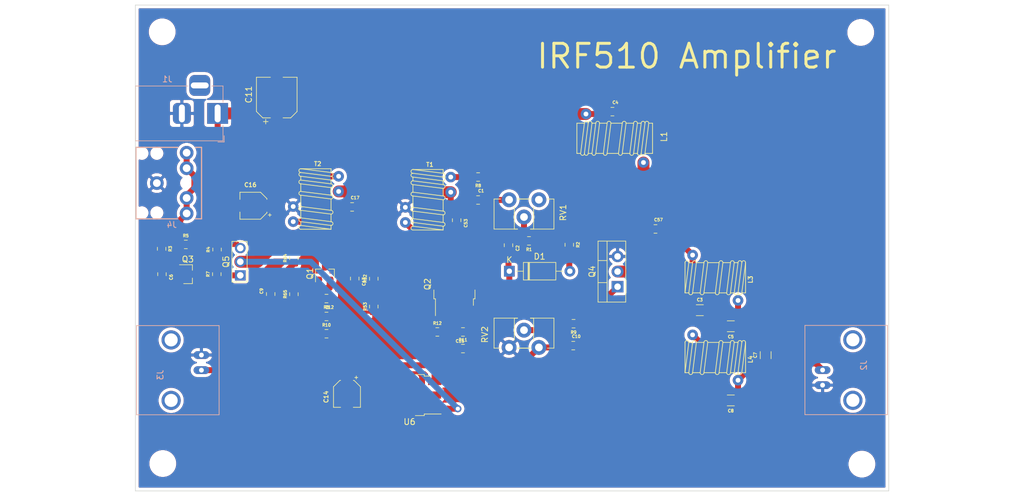
<source format=kicad_pcb>
(kicad_pcb (version 20171130) (host pcbnew "(5.1.5)-3")
  (layers (0 F.Cu signal) (31 B.Cu signal) (34 B.Paste user) (35 F.Paste user) (36 B.SilkS user) (37 F.SilkS user) (38 B.Mask user) (39 F.Mask user) (44 Edge.Cuts user))
  (net 0 "")
  (net 1 GND)
  (net 2 "Net-(C3-Pad1)")
  (net 3 "Net-(C5-Pad1)")
  (net 4 +12V)
  (net 5 "Net-(C7-Pad1)")
  (net 6 "Net-(C9-Pad2)")
  (net 7 "Net-(C9-Pad1)")
  (net 8 +5V)
  (net 9 "Net-(C57-Pad1)")
  (net 10 "Net-(C1-Pad2)")
  (net 11 "Net-(C1-Pad1)")
  (net 12 "Net-(C2-Pad2)")
  (net 13 "Net-(C2-Pad1)")
  (net 14 "Net-(D1-Pad2)")
  (net 15 "Net-(C6-Pad1)")
  (net 16 "Net-(Q3-Pad3)")
  (net 17 "Net-(Q5-Pad1)")
  (net 18 "Net-(J4-PadRING)")
  (net 19 12V-On)
  (net 20 "Net-(R9-Pad1)")
  (net 21 "Net-(C12-Pad2)")
  (net 22 "Net-(C12-Pad1)")
  (net 23 "Net-(C13-Pad2)")
  (net 24 "Net-(C13-Pad1)")
  (net 25 "Net-(C15-Pad2)")
  (net 26 "Net-(C15-Pad1)")
  (net 27 "Net-(Q1-Pad3)")
  (net 28 "Net-(Q2-Pad2)")
  (module MountingHole:MountingHole_3.5mm (layer F.Cu) (at 197.5 96.9)
    (fp_text reference " " (at 0 -4.5) (layer F.SilkS))
    (fp_text value " ")
    (pad 1 np_thru_hole circle (at 0 0) (size 3.5 3.5) (drill 3.5) (layers *.Cu *.Mask))
  )
  (module MountingHole:MountingHole_3.5mm (layer F.Cu) (at 197.3 24.4)
    (fp_text reference " " (at 0 -4.5) (layer F.SilkS))
    (fp_text value " ")
    (pad 1 np_thru_hole circle (at 0 0) (size 3.5 3.5) (drill 3.5) (layers *.Cu *.Mask))
  )
  (module MountingHole:MountingHole_3.5mm (layer F.Cu) (at 80.2 96.8)
    (fp_text reference " " (at 0 -4.5) (layer F.SilkS))
    (fp_text value " ")
    (pad 1 np_thru_hole circle (at 0 0) (size 3.5 3.5) (drill 3.5) (layers *.Cu *.Mask))
  )
  (module MountingHole:MountingHole_3.5mm (layer F.Cu) (at 80.1 24.3)
    (fp_text reference " " (at 0 -4.5) (layer F.SilkS))
    (fp_text value " ")
    (pad 1 np_thru_hole circle (at 0 0) (size 3.5 3.5) (drill 3.5) (layers *.Cu *.Mask))
  )
  (module "Xenir:Capacitor 0805" (layer F.Cu) (at 111.9625 51.16)
    (fp_text reference C17 (at 0.5 1) (layer F.SilkS) (effects (font (size 0.5 0.5) (thickness 0.125))))
    (fp_text value .1uF)
    (pad 2 smd roundrect (at 0.9375 2.54) (size 0.975 1.4) (layers F.Cu F.Paste F.Mask) (net 1 GND))
    (pad 1 smd roundrect (at -0.9375 2.54) (size 0.975 1.4) (layers F.Cu F.Paste F.Mask) (net 19 12V-On))
  )
  (module Xenir:Cap_4x5.4 (layer F.Cu) (at 95.4 54 180)
    (fp_text reference C16 (at 0.5 4) (layer F.SilkS) (effects (font (size 0.7 0.7))))
    (fp_text value 22uF)
    (pad 2 smd roundrect (at 1.8 0.5 180) (size 2.6 1.6) (layers F.Cu F.Paste F.Mask) (roundrect_rratio 0.15625) (net 1 GND))
    (pad 1 smd roundrect (at -1.8 0.5 180) (size 2.6 1.6) (layers F.Cu F.Paste F.Mask) (roundrect_rratio 0.15625) (net 19 12V-On))
  )
  (module "Xenir:Resistor 0805" (layer F.Cu) (at 91.8 65 270)
    (fp_text reference R7 (at 0 4 90) (layer F.SilkS) (effects (font (size 0.5 0.5) (thickness 0.125))))
    (fp_text value 10k)
    (pad 2 smd roundrect (at 0.9375 2.54 270) (size 0.975 1.4) (layers F.Cu F.Paste F.Mask) (net 16 "Net-(Q3-Pad3)"))
    (pad 1 smd roundrect (at -0.9375 2.54 270) (size 0.975 1.4) (layers F.Cu F.Paste F.Mask) (net 17 "Net-(Q5-Pad1)"))
  )
  (module "Xenir:T37 Transformer" (layer F.Cu) (at 105.89 45.37)
    (fp_text reference T2 (at 0.3 1.1) (layer F.SilkS) (effects (font (size 0.7 0.7))))
    (fp_text value "T37-43 25T:8T")
    (pad C1B thru_hole circle (at 3.81 5.73) (size 1.778 1.778) (drill 0.8) (layers *.Cu *.Mask) (net 19 12V-On))
    (pad C1A thru_hole circle (at -3.81 10.81) (size 1.778 1.778) (drill 0.8) (layers *.Cu *.Mask) (net 27 "Net-(Q1-Pad3)"))
    (pad C2B thru_hole circle (at 3.81 3.19) (size 1.778 1.778) (drill 0.8) (layers *.Cu *.Mask) (net 24 "Net-(C13-Pad1)"))
    (pad C2A thru_hole circle (at -3.81 8.27) (size 1.778 1.778) (drill 0.8) (layers *.Cu *.Mask) (net 1 GND))
  )
  (module "Xenir:Resistor 0805" (layer F.Cu) (at 126.2625 77.24 180)
    (fp_text reference R12 (at 0 4) (layer F.SilkS) (effects (font (size 0.5 0.5) (thickness 0.125))))
    (fp_text value 18)
    (pad 2 smd roundrect (at 0.9375 2.54 180) (size 0.975 1.4) (layers F.Cu F.Paste F.Mask) (net 1 GND))
    (pad 1 smd roundrect (at -0.9375 2.54 180) (size 0.975 1.4) (layers F.Cu F.Paste F.Mask) (net 25 "Net-(C15-Pad2)"))
  )
  (module "Xenir:Resistor 0805" (layer F.Cu) (at 130.5625 80.04 180)
    (fp_text reference R11 (at 0 4) (layer F.SilkS) (effects (font (size 0.5 0.5) (thickness 0.125))))
    (fp_text value 18)
    (pad 2 smd roundrect (at 0.9375 2.54 180) (size 0.975 1.4) (layers F.Cu F.Paste F.Mask) (net 1 GND))
    (pad 1 smd roundrect (at -0.9375 2.54 180) (size 0.975 1.4) (layers F.Cu F.Paste F.Mask) (net 26 "Net-(C15-Pad1)"))
  )
  (module "Xenir:Resistor 0805" (layer F.Cu) (at 107.6625 77.54 180)
    (fp_text reference R10 (at 0 4) (layer F.SilkS) (effects (font (size 0.5 0.5) (thickness 0.125))))
    (fp_text value 62)
    (pad 2 smd roundrect (at 0.9375 2.54 180) (size 0.975 1.4) (layers F.Cu F.Paste F.Mask) (net 1 GND))
    (pad 1 smd roundrect (at -0.9375 2.54 180) (size 0.975 1.4) (layers F.Cu F.Paste F.Mask) (net 21 "Net-(C12-Pad2)"))
  )
  (module "Xenir:Capacitor 0805" (layer F.Cu) (at 130.5625 77.24 180)
    (fp_text reference C15 (at 0.5 1) (layer F.SilkS) (effects (font (size 0.5 0.5) (thickness 0.125))))
    (fp_text value .1uF)
    (pad 2 smd roundrect (at 0.9375 2.54 180) (size 0.975 1.4) (layers F.Cu F.Paste F.Mask) (net 25 "Net-(C15-Pad2)"))
    (pad 1 smd roundrect (at -0.9375 2.54 180) (size 0.975 1.4) (layers F.Cu F.Paste F.Mask) (net 26 "Net-(C15-Pad1)"))
  )
  (module "Xenir:Capacitor 0805" (layer F.Cu) (at 114.94 65.7375 270)
    (fp_text reference C13 (at 0.5 1 90) (layer F.SilkS) (effects (font (size 0.5 0.5) (thickness 0.125))))
    (fp_text value .1uF)
    (pad 2 smd roundrect (at 0.9375 2.54 270) (size 0.975 1.4) (layers F.Cu F.Paste F.Mask) (net 23 "Net-(C13-Pad2)"))
    (pad 1 smd roundrect (at -0.9375 2.54 270) (size 0.975 1.4) (layers F.Cu F.Paste F.Mask) (net 24 "Net-(C13-Pad1)"))
  )
  (module "Xenir:Capacitor 0805" (layer F.Cu) (at 107.6625 69.56)
    (fp_text reference C12 (at 0.5 1) (layer F.SilkS) (effects (font (size 0.5 0.5) (thickness 0.125))))
    (fp_text value .1uF)
    (pad 2 smd roundrect (at 0.9375 2.54) (size 0.975 1.4) (layers F.Cu F.Paste F.Mask) (net 21 "Net-(C12-Pad2)"))
    (pad 1 smd roundrect (at -0.9375 2.54) (size 0.975 1.4) (layers F.Cu F.Paste F.Mask) (net 22 "Net-(C12-Pad1)"))
  )
  (module "Xenir:Resistor 0805" (layer F.Cu) (at 149.114 70.776)
    (fp_text reference R9 (at 0 4) (layer F.SilkS) (effects (font (size 0.5 0.5) (thickness 0.125))))
    (fp_text value 2.7k)
    (pad 2 smd roundrect (at 0.9375 2.54) (size 0.975 1.4) (layers F.Cu F.Paste F.Mask) (net 12 "Net-(C2-Pad2)"))
    (pad 1 smd roundrect (at -0.9375 2.54) (size 0.975 1.4) (layers F.Cu F.Paste F.Mask) (net 20 "Net-(R9-Pad1)"))
  )
  (module "Xenir:Resistor 0805" (layer F.Cu) (at 133.106 46.137)
    (fp_text reference R8 (at 0 4) (layer F.SilkS) (effects (font (size 0.5 0.5) (thickness 0.125))))
    (fp_text value 1k)
    (pad 2 smd roundrect (at 0.9375 2.54) (size 0.975 1.4) (layers F.Cu F.Paste F.Mask) (net 1 GND))
    (pad 1 smd roundrect (at -0.9375 2.54) (size 0.975 1.4) (layers F.Cu F.Paste F.Mask) (net 11 "Net-(C1-Pad1)"))
  )
  (module "Xenir:Capacitor 0805" (layer F.Cu) (at 149.0655 74.459)
    (fp_text reference C10 (at 0.5 1) (layer F.SilkS) (effects (font (size 0.5 0.5) (thickness 0.125))))
    (fp_text value .1uF)
    (pad 2 smd roundrect (at 0.9375 2.54) (size 0.975 1.4) (layers F.Cu F.Paste F.Mask) (net 1 GND))
    (pad 1 smd roundrect (at -0.9375 2.54) (size 0.975 1.4) (layers F.Cu F.Paste F.Mask) (net 8 +5V))
  )
  (module Xenir:Audio_Jack (layer B.Cu) (at 81.2 58.2)
    (fp_text reference J4 (at 0.5 -1.5) (layer B.SilkS) (effects (justify mirror)))
    (fp_text value Audio_Jack)
    (pad "" np_thru_hole circle (at -4.5 -3.5) (size 1.2 1.2) (drill 1.2) (layers *.Cu *.Mask))
    (pad "" np_thru_hole circle (at -2 -3.5) (size 1.2 1.2) (drill 1.2) (layers *.Cu *.Mask))
    (pad RING thru_hole circle (at 3 -3.4) (size 2.3 2.3) (drill 1.3) (layers *.Cu *.Mask) (net 18 "Net-(J4-PadRING)"))
    (pad "" np_thru_hole circle (at 3 -8.5) (size 1.2 1.2) (drill 1.2) (layers *.Cu *.Mask))
    (pad SLEEVE thru_hole circle (at -2 -8.5) (size 2.3 2.3) (drill 1.3) (layers *.Cu *.Mask) (net 1 GND))
    (pad "" np_thru_hole circle (at -2 -13.5) (size 1.2 1.2) (drill 1.2) (layers *.Cu *.Mask))
    (pad TIP thru_hole circle (at 3 -13.6) (size 2.3 2.3) (drill 1.3) (layers *.Cu *.Mask) (net 18 "Net-(J4-PadRING)"))
    (pad TSH thru_hole circle (at 3 -11) (size 2.3 2.3) (drill 1.3) (layers *.Cu *.Mask) (net 18 "Net-(J4-PadRING)"))
    (pad "" np_thru_hole circle (at -4.5 -13.5) (size 1.2 1.2) (drill 1.2) (layers *.Cu *.Mask))
    (pad RSH thru_hole circle (at 3 -6) (size 2.3 2.3) (drill 1.3) (layers *.Cu *.Mask) (net 18 "Net-(J4-PadRING)"))
  )
  (module "Xenir:Resistor 0805" (layer F.Cu) (at 84.0625 62.54 180)
    (fp_text reference R5 (at 0 4) (layer F.SilkS) (effects (font (size 0.5 0.5) (thickness 0.125))))
    (fp_text value 1.5k)
    (pad 2 smd roundrect (at 0.9375 2.54 180) (size 0.975 1.4) (layers F.Cu F.Paste F.Mask) (net 18 "Net-(J4-PadRING)"))
    (pad 1 smd roundrect (at -0.9375 2.54 180) (size 0.975 1.4) (layers F.Cu F.Paste F.Mask) (net 15 "Net-(C6-Pad1)"))
  )
  (module "Xenir:Resistor 0805" (layer F.Cu) (at 91.84 60.8625 270)
    (fp_text reference R4 (at 0 4 90) (layer F.SilkS) (effects (font (size 0.5 0.5) (thickness 0.125))))
    (fp_text value 10k)
    (pad 2 smd roundrect (at 0.9375 2.54 270) (size 0.975 1.4) (layers F.Cu F.Paste F.Mask) (net 17 "Net-(Q5-Pad1)"))
    (pad 1 smd roundrect (at -0.9375 2.54 270) (size 0.975 1.4) (layers F.Cu F.Paste F.Mask) (net 4 +12V))
  )
  (module "Xenir:Resistor 0805" (layer F.Cu) (at 77.46 60.7375 90)
    (fp_text reference R3 (at 0 4 90) (layer F.SilkS) (effects (font (size 0.5 0.5) (thickness 0.125))))
    (fp_text value 10k)
    (pad 2 smd roundrect (at 0.9375 2.54 90) (size 0.975 1.4) (layers F.Cu F.Paste F.Mask) (net 18 "Net-(J4-PadRING)"))
    (pad 1 smd roundrect (at -0.9375 2.54 90) (size 0.975 1.4) (layers F.Cu F.Paste F.Mask) (net 1 GND))
  )
  (module Package_TO_SOT_THT:TO-251-3_Vertical (layer F.Cu) (at 93.2 65.2 90)
    (fp_text reference Q5 (at 2.29 -2.39 90) (layer F.SilkS))
    (fp_text value IRFU9024)
    (pad 3 thru_hole oval (at 4.58 0 90) (size 1.7175 1.8) (drill 1.1) (layers *.Cu *.Mask) (net 4 +12V))
    (pad 2 thru_hole oval (at 2.29 0 90) (size 1.7175 1.8) (drill 1.1) (layers *.Cu *.Mask) (net 19 12V-On))
    (pad 1 thru_hole rect (at 0 0 90) (size 1.7175 1.8) (drill 1.1) (layers *.Cu *.Mask) (net 17 "Net-(Q5-Pad1)"))
  )
  (module Package_TO_SOT_SMD:SOT-23 (layer F.Cu) (at 84.4 65)
    (fp_text reference Q3 (at 0 -2.5) (layer F.SilkS))
    (fp_text value BS170F)
    (pad 3 smd rect (at 1 0) (size 0.9 0.8) (layers F.Cu F.Paste F.Mask) (net 16 "Net-(Q3-Pad3)"))
    (pad 2 smd rect (at -1 0.95) (size 0.9 0.8) (layers F.Cu F.Paste F.Mask) (net 1 GND))
    (pad 1 smd rect (at -1 -0.95) (size 0.9 0.8) (layers F.Cu F.Paste F.Mask) (net 15 "Net-(C6-Pad1)"))
  )
  (module "Xenir:Capacitor 0805" (layer F.Cu) (at 82.6 65 270)
    (fp_text reference C6 (at 0.5 1 90) (layer F.SilkS) (effects (font (size 0.5 0.5) (thickness 0.125))))
    (fp_text value .1uF)
    (pad 2 smd roundrect (at 0.9375 2.54 270) (size 0.975 1.4) (layers F.Cu F.Paste F.Mask) (net 1 GND))
    (pad 1 smd roundrect (at -0.9375 2.54 270) (size 0.975 1.4) (layers F.Cu F.Paste F.Mask) (net 15 "Net-(C6-Pad1)"))
  )
  (module Package_TO_SOT_SMD:TO-252-3_TabPin2 (layer F.Cu) (at 121.6 85.3 180)
    (fp_text reference U6 (at 0 -4.5) (layer F.SilkS))
    (fp_text value MCP1703A-2502_SOT223)
    (pad 2 smd rect (at 2.1 0 180) (size 6.4 5.8) (layers F.Cu F.Mask) (net 1 GND))
    (pad 3 smd rect (at -4.2 2.28 180) (size 2.2 1.2) (layers F.Cu F.Paste F.Mask) (net 8 +5V))
    (pad 2 smd rect (at -4.2 0 180) (size 2.2 1.2) (layers F.Cu F.Paste F.Mask) (net 1 GND))
    (pad 1 smd rect (at -4.2 -2.28 180) (size 2.2 1.2) (layers F.Cu F.Paste F.Mask) (net 19 12V-On))
  )
  (module "Xenir:T37 Transformer" (layer F.Cu) (at 124.7 45.5)
    (fp_text reference T1 (at 0.3 1.1) (layer F.SilkS) (effects (font (size 0.7 0.7))))
    (fp_text value "T37-43 8T:4T")
    (pad C1B thru_hole circle (at 3.81 5.73) (size 1.778 1.778) (drill 0.8) (layers *.Cu *.Mask) (net 19 12V-On))
    (pad C1A thru_hole circle (at -3.81 10.81) (size 1.778 1.778) (drill 0.8) (layers *.Cu *.Mask) (net 28 "Net-(Q2-Pad2)"))
    (pad C2B thru_hole circle (at 3.81 3.19) (size 1.778 1.778) (drill 0.8) (layers *.Cu *.Mask) (net 11 "Net-(C1-Pad1)"))
    (pad C2A thru_hole circle (at -3.81 8.27) (size 1.778 1.778) (drill 0.8) (layers *.Cu *.Mask) (net 1 GND))
  )
  (module "Xenir:Trimpot Vertical" (layer F.Cu) (at 135.506 75.903 90)
    (fp_text reference RV2 (at 0.762 -1.27 90) (layer F.SilkS))
    (fp_text value R_POT)
    (pad 1 thru_hole circle (at -1.397 2.794 90) (size 2.5 2.5) (drill 1.3) (layers *.Cu *.Mask) (net 1 GND))
    (pad 3 thru_hole circle (at -1.397 7.794 90) (size 2.5 2.5) (drill 1.3) (layers *.Cu *.Mask) (net 8 +5V))
    (pad 2 thru_hole circle (at 1.503 5.294 90) (size 2.5 2.5) (drill 1.3) (layers *.Cu *.Mask) (net 20 "Net-(R9-Pad1)"))
  )
  (module "Xenir:Trimpot Vertical" (layer F.Cu) (at 146.094 53.897 270)
    (fp_text reference RV1 (at 0.762 -1.27 90) (layer F.SilkS))
    (fp_text value R_POT)
    (pad 1 thru_hole circle (at -1.397 2.794 270) (size 2.5 2.5) (drill 1.3) (layers *.Cu *.Mask))
    (pad 3 thru_hole circle (at -1.397 7.794 270) (size 2.5 2.5) (drill 1.3) (layers *.Cu *.Mask) (net 10 "Net-(C1-Pad2)"))
    (pad 2 thru_hole circle (at 1.503 5.294 270) (size 2.5 2.5) (drill 1.3) (layers *.Cu *.Mask) (net 13 "Net-(C2-Pad1)"))
  )
  (module "Xenir:Resistor 0805" (layer F.Cu) (at 145.86 60.0625 90)
    (fp_text reference R2 (at 0 4 90) (layer F.SilkS) (effects (font (size 0.5 0.5) (thickness 0.125))))
    (fp_text value 10)
    (pad 2 smd roundrect (at 0.9375 2.54 90) (size 0.975 1.4) (layers F.Cu F.Paste F.Mask) (net 1 GND))
    (pad 1 smd roundrect (at -0.9375 2.54 90) (size 0.975 1.4) (layers F.Cu F.Paste F.Mask) (net 14 "Net-(D1-Pad2)"))
  )
  (module "Xenir:Resistor 0805" (layer F.Cu) (at 141.6375 56.86)
    (fp_text reference R1 (at 0 4) (layer F.SilkS) (effects (font (size 0.5 0.5) (thickness 0.125))))
    (fp_text value 33)
    (pad 2 smd roundrect (at 0.9375 2.54) (size 0.975 1.4) (layers F.Cu F.Paste F.Mask) (net 1 GND))
    (pad 1 smd roundrect (at -0.9375 2.54) (size 0.975 1.4) (layers F.Cu F.Paste F.Mask) (net 13 "Net-(C2-Pad1)"))
  )
  (module Xenir:T50_Inductor (layer F.Cu) (at 164.789 41.91 270)
    (fp_text reference L1 (at 0 0.5 90) (layer F.SilkS))
    (fp_text value "T50-43 10T")
    (pad 1 thru_hole circle (at -3.81 13.589 270) (size 1.778 1.778) (drill 0.8) (layers *.Cu *.Mask) (net 4 +12V))
    (pad 2 thru_hole circle (at 4.334 3.944 270) (size 1.778 1.778) (drill 0.8) (layers *.Cu *.Mask) (net 9 "Net-(C57-Pad1)"))
  )
  (module Diode_THT:D_A-405_P10.16mm_Horizontal (layer F.Cu) (at 138.34 64.5)
    (fp_text reference D1 (at 5.08 -2.47) (layer F.SilkS))
    (fp_text value D_Zener)
    (fp_text user K (at 0 -1.9) (layer F.SilkS))
    (pad 2 thru_hole oval (at 10.16 0) (size 1.8 1.8) (drill 0.9) (layers *.Cu *.Mask) (net 14 "Net-(D1-Pad2)"))
    (pad 1 thru_hole rect (at 0 0) (size 1.8 1.8) (drill 0.9) (layers *.Cu *.Mask) (net 12 "Net-(C2-Pad2)"))
  )
  (module "Xenir:Capacitor 0805" (layer F.Cu) (at 155.6375 35.16)
    (fp_text reference C4 (at 0.5 1) (layer F.SilkS) (effects (font (size 0.5 0.5) (thickness 0.125))))
    (fp_text value .1uF)
    (pad 2 smd roundrect (at 0.9375 2.54) (size 0.975 1.4) (layers F.Cu F.Paste F.Mask) (net 1 GND))
    (pad 1 smd roundrect (at -0.9375 2.54) (size 0.975 1.4) (layers F.Cu F.Paste F.Mask) (net 4 +12V))
  )
  (module "Xenir:Capacitor 0805" (layer F.Cu) (at 140.74 60.1375 270)
    (fp_text reference C2 (at 0.5 1 90) (layer F.SilkS) (effects (font (size 0.5 0.5) (thickness 0.125))))
    (fp_text value .1uF)
    (pad 2 smd roundrect (at 0.9375 2.54 270) (size 0.975 1.4) (layers F.Cu F.Paste F.Mask) (net 12 "Net-(C2-Pad2)"))
    (pad 1 smd roundrect (at -0.9375 2.54 270) (size 0.975 1.4) (layers F.Cu F.Paste F.Mask) (net 13 "Net-(C2-Pad1)"))
  )
  (module "Xenir:Capacitor 0805" (layer F.Cu) (at 133.1 50)
    (fp_text reference C1 (at 0.5 1) (layer F.SilkS) (effects (font (size 0.5 0.5) (thickness 0.125))))
    (fp_text value .1uF)
    (pad 2 smd roundrect (at 0.9375 2.54) (size 0.975 1.4) (layers F.Cu F.Paste F.Mask) (net 10 "Net-(C1-Pad2)"))
    (pad 1 smd roundrect (at -0.9375 2.54) (size 0.975 1.4) (layers F.Cu F.Paste F.Mask) (net 11 "Net-(C1-Pad1)"))
  )
  (module "Xenir:Resistor 0805" (layer F.Cu) (at 104.74 68.3625 270)
    (fp_text reference R65 (at 0 4 90) (layer F.SilkS) (effects (font (size 0.5 0.5) (thickness 0.125))))
    (fp_text value 1k)
    (pad 2 smd roundrect (at 0.9375 2.54 270) (size 0.975 1.4) (layers F.Cu F.Paste F.Mask) (net 1 GND))
    (pad 1 smd roundrect (at -0.9375 2.54 270) (size 0.975 1.4) (layers F.Cu F.Paste F.Mask) (net 6 "Net-(C9-Pad2)"))
  )
  (module "Xenir:Resistor 0805" (layer F.Cu) (at 104.74 62.3 270)
    (fp_text reference R64 (at 0 4 90) (layer F.SilkS) (effects (font (size 0.5 0.5) (thickness 0.125))))
    (fp_text value 4.7k)
    (pad 2 smd roundrect (at 0.9375 2.54 270) (size 0.975 1.4) (layers F.Cu F.Paste F.Mask) (net 6 "Net-(C9-Pad2)"))
    (pad 1 smd roundrect (at -0.9375 2.54 270) (size 0.975 1.4) (layers F.Cu F.Paste F.Mask) (net 19 12V-On))
  )
  (module "Xenir:Resistor 0805" (layer F.Cu) (at 118.14 70.4375 270)
    (fp_text reference R53 (at 0 4 90) (layer F.SilkS) (effects (font (size 0.5 0.5) (thickness 0.125))))
    (fp_text value 6.8k)
    (pad 2 smd roundrect (at 0.9375 2.54 270) (size 0.975 1.4) (layers F.Cu F.Paste F.Mask) (net 1 GND))
    (pad 1 smd roundrect (at -0.9375 2.54 270) (size 0.975 1.4) (layers F.Cu F.Paste F.Mask) (net 23 "Net-(C13-Pad2)"))
  )
  (module "Xenir:Resistor 0805" (layer F.Cu) (at 118.14 65.7625 270)
    (fp_text reference R52 (at 0 4 90) (layer F.SilkS) (effects (font (size 0.5 0.5) (thickness 0.125))))
    (fp_text value 24k)
    (pad 2 smd roundrect (at 0.9375 2.54 270) (size 0.975 1.4) (layers F.Cu F.Paste F.Mask) (net 23 "Net-(C13-Pad2)"))
    (pad 1 smd roundrect (at -0.9375 2.54 270) (size 0.975 1.4) (layers F.Cu F.Paste F.Mask) (net 19 12V-On))
  )
  (module "Xenir:Resistor 0805" (layer F.Cu) (at 107.6625 66.56)
    (fp_text reference R6 (at 0 4) (layer F.SilkS) (effects (font (size 0.5 0.5) (thickness 0.125))))
    (fp_text value 62)
    (pad 2 smd roundrect (at 0.9375 2.54) (size 0.975 1.4) (layers F.Cu F.Paste F.Mask) (net 1 GND))
    (pad 1 smd roundrect (at -0.9375 2.54) (size 0.975 1.4) (layers F.Cu F.Paste F.Mask) (net 22 "Net-(C12-Pad1)"))
  )
  (module Package_TO_SOT_THT:TO-220-3_Vertical (layer F.Cu) (at 156.5 67.1 90)
    (fp_text reference Q4 (at 2.54 -4.27 90) (layer F.SilkS))
    (fp_text value IRF510)
    (pad 3 thru_hole oval (at 5.08 0 90) (size 1.905 2) (drill 1.1) (layers *.Cu *.Mask) (net 1 GND))
    (pad 2 thru_hole oval (at 2.54 0 90) (size 1.905 2) (drill 1.1) (layers *.Cu *.Mask) (net 9 "Net-(C57-Pad1)"))
    (pad 1 thru_hole rect (at 0 0 90) (size 1.905 2) (drill 1.1) (layers *.Cu *.Mask) (net 12 "Net-(C2-Pad2)"))
  )
  (module Package_TO_SOT_SMD:TO-252-2 (layer F.Cu) (at 129.125 66.675 90)
    (fp_text reference Q2 (at 0 -4.5 90) (layer F.SilkS))
    (fp_text value 2SC5706)
    (pad 2 smd rect (at 2.1 0 90) (size 6.4 5.8) (layers F.Cu F.Mask) (net 28 "Net-(Q2-Pad2)"))
    (pad 3 smd rect (at -4.2 2.28 90) (size 2.2 1.2) (layers F.Cu F.Paste F.Mask) (net 26 "Net-(C15-Pad1)"))
    (pad 1 smd rect (at -4.2 -2.28 90) (size 2.2 1.2) (layers F.Cu F.Paste F.Mask) (net 23 "Net-(C13-Pad2)"))
  )
  (module Package_TO_SOT_SMD:SOT-23 (layer F.Cu) (at 107.4 64.9 90)
    (fp_text reference Q1 (at 0 -2.5 90) (layer F.SilkS))
    (fp_text value 2N3904-SMD)
    (pad 3 smd rect (at 1 0 90) (size 0.9 0.8) (layers F.Cu F.Paste F.Mask) (net 27 "Net-(Q1-Pad3)"))
    (pad 2 smd rect (at -1 0.95 90) (size 0.9 0.8) (layers F.Cu F.Paste F.Mask) (net 22 "Net-(C12-Pad1)"))
    (pad 1 smd rect (at -1 -0.95 90) (size 0.9 0.8) (layers F.Cu F.Paste F.Mask) (net 6 "Net-(C9-Pad2)"))
  )
  (module Xenir:T37_Inductor (layer F.Cu) (at 179.9 79 270)
    (fp_text reference L4 (at 0.3 1.1 90) (layer F.SilkS) (effects (font (size 0.7 0.7))))
    (fp_text value "18T T37-6")
    (pad 1 thru_hole circle (at -3.81 10.81 270) (size 1.778 1.778) (drill 0.8) (layers *.Cu *.Mask) (net 3 "Net-(C5-Pad1)"))
    (pad 2 thru_hole circle (at 3.81 3.19 270) (size 1.778 1.778) (drill 0.8) (layers *.Cu *.Mask) (net 5 "Net-(C7-Pad1)"))
  )
  (module Xenir:T37_Inductor (layer F.Cu) (at 179.9 65.6 270)
    (fp_text reference L3 (at 0.3 1.1 90) (layer F.SilkS) (effects (font (size 0.7 0.7))))
    (fp_text value "14T T37-6")
    (pad 1 thru_hole circle (at -3.81 10.81 270) (size 1.778 1.778) (drill 0.8) (layers *.Cu *.Mask) (net 2 "Net-(C3-Pad1)"))
    (pad 2 thru_hole circle (at 3.81 3.19 270) (size 1.778 1.778) (drill 0.8) (layers *.Cu *.Mask) (net 3 "Net-(C5-Pad1)"))
  )
  (module Xenir:BNC (layer B.Cu) (at 82.78 81.22 270)
    (fp_text reference J3 (at 0.7 3 270) (layer B.SilkS) (effects (justify mirror)))
    (fp_text value BNC)
    (pad S thru_hole oval (at -0.1 -3.9 180) (size 2.616 1.308) (drill 0.8) (layers *.Cu *.Mask) (net 7 "Net-(C9-Pad1)"))
    (pad GND thru_hole oval (at -2.64 -3.9 180) (size 2.616 1.308) (drill 0.8) (layers *.Cu *.Mask) (net 1 GND))
    (pad 3 thru_hole circle (at -5.18 1.18 270) (size 3.216 3.216) (drill 2.2) (layers *.Cu *.Mask))
    (pad 4 thru_hole circle (at 4.98 1.18 270) (size 3.216 3.216) (drill 2.2) (layers *.Cu *.Mask))
  )
  (module Xenir:BNC (layer B.Cu) (at 194.8 81 90)
    (fp_text reference J2 (at 0.7 3 -90) (layer B.SilkS) (effects (justify mirror)))
    (fp_text value BNC)
    (pad S thru_hole oval (at -0.1 -3.9) (size 2.616 1.308) (drill 0.8) (layers *.Cu *.Mask) (net 5 "Net-(C7-Pad1)"))
    (pad GND thru_hole oval (at -2.64 -3.9) (size 2.616 1.308) (drill 0.8) (layers *.Cu *.Mask) (net 1 GND))
    (pad 3 thru_hole circle (at -5.18 1.18 90) (size 3.216 3.216) (drill 2.2) (layers *.Cu *.Mask))
    (pad 4 thru_hole circle (at 4.98 1.18 90) (size 3.216 3.216) (drill 2.2) (layers *.Cu *.Mask))
  )
  (module Connector_BarrelJack:BarrelJack_Horizontal (layer B.Cu) (at 89.4 38)
    (fp_text reference J1 (at -8.45 -5.75) (layer B.SilkS) (effects (justify mirror)))
    (fp_text value Jack-DC)
    (pad 3 thru_hole roundrect (at -3 -4.7) (size 3.5 3.5) (drill oval 3 1) (layers *.Cu *.Mask))
    (pad 2 thru_hole roundrect (at -6 0) (size 3 3.5) (drill oval 1 3) (layers *.Cu *.Mask) (net 1 GND))
    (pad 1 thru_hole rect (at 0 0) (size 3.5 3.5) (drill oval 1 3) (layers *.Cu *.Mask) (net 4 +12V))
  )
  (module "Xenir:Capacitor 0805" (layer F.Cu) (at 162.8625 54.86)
    (fp_text reference C57 (at 0.5 1) (layer F.SilkS) (effects (font (size 0.5 0.5) (thickness 0.125))))
    (fp_text value .1uF)
    (pad 2 smd roundrect (at 0.9375 2.54) (size 0.975 1.4) (layers F.Cu F.Paste F.Mask) (net 2 "Net-(C3-Pad1)"))
    (pad 1 smd roundrect (at -0.9375 2.54) (size 0.975 1.4) (layers F.Cu F.Paste F.Mask) (net 9 "Net-(C57-Pad1)"))
  )
  (module "Xenir:Capacitor 0805" (layer F.Cu) (at 132.04 55.9375 270)
    (fp_text reference C53 (at 0.5 1 90) (layer F.SilkS) (effects (font (size 0.5 0.5) (thickness 0.125))))
    (fp_text value .1uF)
    (pad 2 smd roundrect (at 0.9375 2.54 270) (size 0.975 1.4) (layers F.Cu F.Paste F.Mask) (net 1 GND))
    (pad 1 smd roundrect (at -0.9375 2.54 270) (size 0.975 1.4) (layers F.Cu F.Paste F.Mask) (net 19 12V-On))
  )
  (module Xenir:Cap_4x5.4 (layer F.Cu) (at 111.6 85.1 270)
    (fp_text reference C14 (at 0.5 4 90) (layer F.SilkS) (effects (font (size 0.7 0.7))))
    (fp_text value 22uF)
    (pad 2 smd roundrect (at 1.8 0.5 270) (size 2.6 1.6) (layers F.Cu F.Paste F.Mask) (roundrect_rratio 0.15625) (net 1 GND))
    (pad 1 smd roundrect (at -1.8 0.5 270) (size 2.6 1.6) (layers F.Cu F.Paste F.Mask) (roundrect_rratio 0.15625) (net 8 +5V))
  )
  (module Xenir:Cap_6.3x5.4 (layer F.Cu) (at 93.218 35.433 90)
    (fp_text reference C11 (at 0.6 1.4 90) (layer F.SilkS))
    (fp_text value 100uF)
    (pad 2 smd roundrect (at 2.9 6.1 90) (size 3.5 1.6) (layers F.Cu F.Paste F.Mask) (roundrect_rratio 0.15625) (net 1 GND))
    (pad 1 smd roundrect (at -2.7 6.1 90) (size 3.5 1.6) (layers F.Cu F.Paste F.Mask) (roundrect_rratio 0.15625) (net 4 +12V))
  )
  (module "Xenir:Capacitor 0805" (layer F.Cu) (at 95.76 68.3375 90)
    (fp_text reference C9 (at 0.5 1 90) (layer F.SilkS) (effects (font (size 0.5 0.5) (thickness 0.125))))
    (fp_text value .1uF)
    (pad 2 smd roundrect (at 0.9375 2.54 90) (size 0.975 1.4) (layers F.Cu F.Paste F.Mask) (net 6 "Net-(C9-Pad2)"))
    (pad 1 smd roundrect (at -0.9375 2.54 90) (size 0.975 1.4) (layers F.Cu F.Paste F.Mask) (net 7 "Net-(C9-Pad1)"))
  )
  (module "Xenir:Capacitor 1206" (layer F.Cu) (at 175.5 88.45 180)
    (fp_text reference C8 (at 0 0.5) (layer F.SilkS) (effects (font (size 0.5 0.5) (thickness 0.125))))
    (fp_text value 150p)
    (pad 2 smd roundrect (at 1.4 2.25 180) (size 1.25 1.75) (layers F.Cu F.Paste F.Mask) (roundrect_rratio 0.2) (net 1 GND))
    (pad 1 smd roundrect (at -1.4 2.25 180) (size 1.25 1.75) (layers F.Cu F.Paste F.Mask) (roundrect_rratio 0.2) (net 5 "Net-(C7-Pad1)"))
  )
  (module "Xenir:Capacitor 1206" (layer F.Cu) (at 179.1 78.6 90)
    (fp_text reference C7 (at 0 0.5 90) (layer F.SilkS) (effects (font (size 0.5 0.5) (thickness 0.125))))
    (fp_text value 33p)
    (pad 2 smd roundrect (at 1.4 2.25 90) (size 1.25 1.75) (layers F.Cu F.Paste F.Mask) (roundrect_rratio 0.2) (net 3 "Net-(C5-Pad1)"))
    (pad 1 smd roundrect (at -1.4 2.25 90) (size 1.25 1.75) (layers F.Cu F.Paste F.Mask) (roundrect_rratio 0.2) (net 5 "Net-(C7-Pad1)"))
  )
  (module "Xenir:Capacitor 1206" (layer F.Cu) (at 175.5 76 180)
    (fp_text reference C5 (at 0 0.5) (layer F.SilkS) (effects (font (size 0.5 0.5) (thickness 0.125))))
    (fp_text value 330p)
    (pad 2 smd roundrect (at 1.4 2.25 180) (size 1.25 1.75) (layers F.Cu F.Paste F.Mask) (roundrect_rratio 0.2) (net 1 GND))
    (pad 1 smd roundrect (at -1.4 2.25 180) (size 1.25 1.75) (layers F.Cu F.Paste F.Mask) (roundrect_rratio 0.2) (net 3 "Net-(C5-Pad1)"))
  )
  (module "Xenir:Capacitor 1206" (layer F.Cu) (at 170.3 68.8)
    (fp_text reference C3 (at 0 0.5) (layer F.SilkS) (effects (font (size 0.5 0.5) (thickness 0.125))))
    (fp_text value 150p)
    (pad 2 smd roundrect (at 1.4 2.25) (size 1.25 1.75) (layers F.Cu F.Paste F.Mask) (roundrect_rratio 0.2) (net 1 GND))
    (pad 1 smd roundrect (at -1.4 2.25) (size 1.25 1.75) (layers F.Cu F.Paste F.Mask) (roundrect_rratio 0.2) (net 2 "Net-(C3-Pad1)"))
  )
  (gr_text "IRF510 Amplifier" (at 168.1 28.4) (layer F.SilkS) (effects (font (size 4 4) (thickness 0.5))))
  (gr_line (start 202 19.8) (end 202 101.4) (layer Edge.Cuts) (width 0.1))
  (gr_line (start 75.6 19.8) (end 202 19.8) (layer Edge.Cuts) (width 0.1))
  (gr_line (start 75.6 101.4) (end 75.6 19.8) (layer Edge.Cuts) (width 0.1))
  (gr_line (start 202 101.4) (end 75.6 101.4) (layer Edge.Cuts) (width 0.1))
  (segment (start 119.5 85.3) (end 125.8 85.3) (width 1) (layer F.Cu) (net 1))
  (segment (start 169.09 70.86) (end 168.9 71.05) (width 1) (layer F.Cu) (net 2))
  (segment (start 169.09 61.79) (end 169.09 70.86) (width 1) (layer F.Cu) (net 2))
  (segment (start 169.08 61.8) (end 169.09 61.79) (width 1) (layer F.Cu) (net 2))
  (segment (start 164.7 57.4) (end 169.09 61.79) (width 1) (layer F.Cu) (net 2))
  (segment (start 163.8 57.4) (end 164.7 57.4) (width 1) (layer F.Cu) (net 2))
  (segment (start 176.71 73.56) (end 176.9 73.75) (width 1) (layer F.Cu) (net 3))
  (segment (start 176.71 69.41) (end 176.71 73.56) (width 1) (layer F.Cu) (net 3))
  (segment (start 177.9 73.75) (end 181.35 77.2) (width 1) (layer F.Cu) (net 3))
  (segment (start 176.9 73.75) (end 177.9 73.75) (width 1) (layer F.Cu) (net 3))
  (segment (start 176.9 74.625) (end 174.3 77.225) (width 1) (layer F.Cu) (net 3))
  (segment (start 176.9 73.75) (end 176.9 74.625) (width 1) (layer F.Cu) (net 3))
  (segment (start 171.125 77.225) (end 169.09 75.19) (width 1) (layer F.Cu) (net 3))
  (segment (start 174.3 77.225) (end 171.125 77.225) (width 1) (layer F.Cu) (net 3))
  (segment (start 154 38.1) (end 154.4 37.7) (width 1) (layer F.Cu) (net 4))
  (segment (start 151.2 38.1) (end 154 38.1) (width 1) (layer F.Cu) (net 4))
  (segment (start 99.185 38) (end 99.318 38.133) (width 2) (layer F.Cu) (net 4))
  (segment (start 89.4 38) (end 99.185 38) (width 2) (layer F.Cu) (net 4))
  (segment (start 92.505 59.925) (end 93.2 60.62) (width 1) (layer F.Cu) (net 4))
  (segment (start 89.3 59.925) (end 92.505 59.925) (width 1) (layer F.Cu) (net 4))
  (segment (start 89.4 59.825) (end 89.3 59.925) (width 1) (layer F.Cu) (net 4))
  (segment (start 89.4 38) (end 89.4 59.825) (width 1) (layer F.Cu) (net 4))
  (segment (start 100.118 38.133) (end 100.151 38.1) (width 2) (layer F.Cu) (net 4))
  (segment (start 99.318 38.133) (end 100.118 38.133) (width 2) (layer F.Cu) (net 4))
  (segment (start 100.151 38.1) (end 144.5 38.1) (width 2) (layer F.Cu) (net 4))
  (segment (start 144.5 38.1) (end 151.2 38.1) (width 2) (layer F.Cu) (net 4))
  (segment (start 179.52 80) (end 176.71 82.81) (width 1) (layer F.Cu) (net 5))
  (segment (start 181.35 80) (end 179.52 80) (width 1) (layer F.Cu) (net 5))
  (segment (start 176.71 86.01) (end 176.9 86.2) (width 1) (layer F.Cu) (net 5))
  (segment (start 176.71 82.81) (end 176.71 86.01) (width 1) (layer F.Cu) (net 5))
  (segment (start 189.8 80) (end 190.9 81.1) (width 1) (layer F.Cu) (net 5))
  (segment (start 181.35 80) (end 189.8 80) (width 1) (layer F.Cu) (net 5))
  (segment (start 100.1975 65.24) (end 102.2 63.2375) (width 1) (layer F.Cu) (net 6))
  (segment (start 100.1975 65.4225) (end 102.2 67.425) (width 1) (layer F.Cu) (net 6))
  (segment (start 100.1975 65.24) (end 100.1975 65.4225) (width 1) (layer F.Cu) (net 6))
  (segment (start 103.675 67.425) (end 102.2 67.425) (width 1) (layer F.Cu) (net 6))
  (segment (start 104.4 66.55) (end 104.4 66.7) (width 1) (layer F.Cu) (net 6))
  (segment (start 106.45 65.9) (end 105.05 65.9) (width 1) (layer F.Cu) (net 6))
  (segment (start 104.4 66.7) (end 103.675 67.425) (width 1) (layer F.Cu) (net 6))
  (segment (start 105.05 65.9) (end 104.4 66.55) (width 1) (layer F.Cu) (net 6))
  (segment (start 98.3 66.9125) (end 99.9725 65.24) (width 1) (layer F.Cu) (net 6))
  (segment (start 99.9725 65.24) (end 100.1975 65.24) (width 1) (layer F.Cu) (net 6))
  (segment (start 98.3 67.4) (end 98.3 66.9125) (width 1) (layer F.Cu) (net 6))
  (segment (start 98.3 71.808) (end 98.3 69.7625) (width 1) (layer F.Cu) (net 7))
  (segment (start 98.3 69.7625) (end 98.3 69.275) (width 1) (layer F.Cu) (net 7))
  (segment (start 88.988 81.12) (end 98.3 71.808) (width 1) (layer F.Cu) (net 7))
  (segment (start 86.68 81.12) (end 88.988 81.12) (width 1) (layer F.Cu) (net 7))
  (segment (start 147.827 77.3) (end 148.128 76.999) (width 1) (layer F.Cu) (net 8))
  (segment (start 143.3 77.3) (end 147.827 77.3) (width 1) (layer F.Cu) (net 8))
  (segment (start 111.1 83.3) (end 114.1 80.3) (width 1) (layer F.Cu) (net 8))
  (segment (start 125.8 81.42) (end 125.8 83.02) (width 1) (layer F.Cu) (net 8))
  (segment (start 124.68 80.3) (end 125.8 81.42) (width 1) (layer F.Cu) (net 8))
  (segment (start 114.1 80.3) (end 124.68 80.3) (width 1) (layer F.Cu) (net 8))
  (segment (start 137.58 83.02) (end 143.3 77.3) (width 1) (layer F.Cu) (net 8))
  (segment (start 125.8 83.02) (end 137.58 83.02) (width 1) (layer F.Cu) (net 8))
  (segment (start 159.84 64.56) (end 156.5 64.56) (width 2) (layer F.Cu) (net 9))
  (segment (start 161.145 63.255) (end 159.84 64.56) (width 2) (layer F.Cu) (net 9))
  (segment (start 160.845 47.501235) (end 161.145 47.801235) (width 2) (layer F.Cu) (net 9))
  (segment (start 161.145 47.801235) (end 161.145 63.255) (width 2) (layer F.Cu) (net 9))
  (segment (start 160.845 46.244) (end 160.845 47.501235) (width 2) (layer F.Cu) (net 9))
  (segment (start 138.26 52.54) (end 138.3 52.5) (width 1) (layer F.Cu) (net 10))
  (segment (start 134.0375 52.54) (end 138.26 52.54) (width 1) (layer F.Cu) (net 10))
  (segment (start 132.1125 52.59) (end 132.1625 52.54) (width 1) (layer F.Cu) (net 11))
  (segment (start 132.0685 52.446) (end 132.1625 52.54) (width 1) (layer F.Cu) (net 11))
  (segment (start 132.1555 48.69) (end 132.1685 48.677) (width 1) (layer F.Cu) (net 11))
  (segment (start 128.51 48.69) (end 132.1555 48.69) (width 1) (layer F.Cu) (net 11))
  (segment (start 132.1685 52.534) (end 132.1625 52.54) (width 1) (layer F.Cu) (net 11))
  (segment (start 132.1685 48.677) (end 132.1685 52.534) (width 1) (layer F.Cu) (net 11))
  (segment (start 138.2 64.36) (end 138.34 64.5) (width 1) (layer F.Cu) (net 12))
  (segment (start 138.2 61.075) (end 138.2 64.36) (width 1) (layer F.Cu) (net 12))
  (segment (start 138.34 66.4) (end 141.74 69.8) (width 1) (layer F.Cu) (net 12))
  (segment (start 138.34 64.5) (end 138.34 66.4) (width 1) (layer F.Cu) (net 12))
  (segment (start 150.0515 72.616) (end 150.0515 73.316) (width 1) (layer F.Cu) (net 12))
  (segment (start 147.2355 69.8) (end 150.0515 72.616) (width 1) (layer F.Cu) (net 12))
  (segment (start 141.74 69.8) (end 147.2355 69.8) (width 1) (layer F.Cu) (net 12))
  (segment (start 150.284 73.316) (end 156.5 67.1) (width 1) (layer F.Cu) (net 12))
  (segment (start 150.0515 73.316) (end 150.284 73.316) (width 1) (layer F.Cu) (net 12))
  (segment (start 140.8 59.3) (end 140.7 59.4) (width 1) (layer F.Cu) (net 13))
  (segment (start 140.8 55.4) (end 140.8 59.3) (width 1) (layer F.Cu) (net 13))
  (segment (start 138.4 59.4) (end 138.2 59.2) (width 1) (layer F.Cu) (net 13))
  (segment (start 140.7 59.4) (end 138.4 59.4) (width 1) (layer F.Cu) (net 13))
  (segment (start 128.46 65.24) (end 129.125 64.575) (width 1) (layer F.Cu) (net 28))
  (segment (start 122.7375 65.24) (end 128.46 65.24) (width 1) (layer F.Cu) (net 28))
  (segment (start 122.7375 58.1575) (end 122.7375 65.24) (width 1) (layer F.Cu) (net 28))
  (segment (start 120.89 56.31) (end 122.7375 58.1575) (width 1) (layer F.Cu) (net 28))
  (segment (start 148.4 64.4) (end 148.5 64.5) (width 1) (layer F.Cu) (net 14))
  (segment (start 148.4 61) (end 148.4 64.4) (width 1) (layer F.Cu) (net 14))
  (segment (start 85 60) (end 85 61.6) (width 0.5) (layer F.Cu) (net 15))
  (segment (start 85 61.6) (end 83.4 63.2) (width 0.5) (layer F.Cu) (net 15))
  (segment (start 83.4 63.2) (end 83.4 64.05) (width 0.5) (layer F.Cu) (net 15))
  (segment (start 83.3875 64.0625) (end 83.4 64.05) (width 0.5) (layer F.Cu) (net 15))
  (segment (start 80.06 64.0625) (end 83.3875 64.0625) (width 0.5) (layer F.Cu) (net 15))
  (segment (start 85.4 65) (end 86.8 65) (width 0.5) (layer F.Cu) (net 16))
  (segment (start 87.7375 65.9375) (end 89.26 65.9375) (width 0.5) (layer F.Cu) (net 16))
  (segment (start 86.8 65) (end 87.7375 65.9375) (width 0.5) (layer F.Cu) (net 16))
  (segment (start 89.26 64.0625) (end 89.96 64.0625) (width 0.5) (layer F.Cu) (net 17))
  (segment (start 89.3 64.0225) (end 89.26 64.0625) (width 1) (layer F.Cu) (net 17))
  (segment (start 89.3 61.8) (end 89.3 64.0225) (width 1) (layer F.Cu) (net 17))
  (segment (start 91.3 65.2) (end 93.2 65.2) (width 1) (layer F.Cu) (net 17))
  (segment (start 89.745527 64.548027) (end 90.648027 64.548027) (width 1) (layer F.Cu) (net 17))
  (segment (start 90.648027 64.548027) (end 91.3 65.2) (width 1) (layer F.Cu) (net 17))
  (segment (start 89.26 64.0625) (end 89.745527 64.548027) (width 1) (layer F.Cu) (net 17))
  (segment (start 84.2 44.6) (end 84.2 47.2) (width 1) (layer F.Cu) (net 18))
  (segment (start 84.2 51.8) (end 84.2 52.2) (width 1) (layer F.Cu) (net 18))
  (segment (start 84.2 47.2) (end 85.500001 48.500001) (width 1) (layer F.Cu) (net 18))
  (segment (start 85.500001 50.499999) (end 84.2 51.8) (width 1) (layer F.Cu) (net 18))
  (segment (start 85.500001 48.500001) (end 85.500001 50.499999) (width 1) (layer F.Cu) (net 18))
  (segment (start 84.2 52.2) (end 84.2 54.8) (width 1) (layer F.Cu) (net 18))
  (segment (start 83.125 55.875) (end 83.125 60) (width 1) (layer F.Cu) (net 18))
  (segment (start 84.2 54.8) (end 83.125 55.875) (width 1) (layer F.Cu) (net 18))
  (segment (start 82.925 59.8) (end 83.125 60) (width 0.5) (layer F.Cu) (net 18))
  (segment (start 80 59.8) (end 82.925 59.8) (width 0.5) (layer F.Cu) (net 18))
  (segment (start 124.43 51.23) (end 128.51 51.23) (width 2) (layer F.Cu) (net 19))
  (segment (start 116.9 43.7) (end 124.43 51.23) (width 2) (layer F.Cu) (net 19))
  (segment (start 96.1 62.91) (end 98 61.01) (width 2) (layer F.Cu) (net 19))
  (segment (start 98 61.01) (end 98 46.9) (width 2) (layer F.Cu) (net 19))
  (segment (start 93.2 62.91) (end 96.1 62.91) (width 2) (layer F.Cu) (net 19))
  (segment (start 98 46.9) (end 101.2 43.7) (width 2) (layer F.Cu) (net 19))
  (segment (start 101.2 43.7) (end 116.9 43.7) (width 2) (layer F.Cu) (net 19))
  (segment (start 116.9 45.157235) (end 116.9 43.7) (width 2) (layer F.Cu) (net 19))
  (segment (start 110.957235 51.1) (end 116.9 45.157235) (width 2) (layer F.Cu) (net 19))
  (segment (start 109.7 51.1) (end 110.957235 51.1) (width 2) (layer F.Cu) (net 19))
  (segment (start 98.3525 61.3625) (end 102.2 61.3625) (width 1) (layer F.Cu) (net 19))
  (segment (start 98 61.01) (end 98.3525 61.3625) (width 1) (layer F.Cu) (net 19))
  (segment (start 128.51 54.01) (end 129.5 55) (width 1) (layer F.Cu) (net 19))
  (segment (start 128.51 51.23) (end 128.51 54.01) (width 1) (layer F.Cu) (net 19))
  (segment (start 127.9 87.58) (end 127.92 87.6) (width 1) (layer F.Cu) (net 19))
  (segment (start 125.8 87.58) (end 127.9 87.58) (width 1) (layer F.Cu) (net 19))
  (segment (start 127.92 87.6) (end 129.7 87.6) (width 1) (layer F.Cu) (net 19))
  (segment (start 129.7 87.6) (end 129.7 87.6) (width 1) (layer F.Cu) (net 19))
  (via (at 129.7 87.6) (size 1.2) (drill 0.7) (layers F.Cu B.Cu) (net 19))
  (segment (start 105.01 62.91) (end 129.7 87.6) (width 1) (layer B.Cu) (net 19))
  (segment (start 93.2 62.91) (end 105.01 62.91) (width 1) (layer B.Cu) (net 19))
  (segment (start 111.025 51.167765) (end 110.957235 51.1) (width 1) (layer F.Cu) (net 19))
  (segment (start 111.025 53.7) (end 111.025 51.167765) (width 1) (layer F.Cu) (net 19))
  (segment (start 115.6 64.3375) (end 115.6 64.825) (width 1) (layer F.Cu) (net 19))
  (segment (start 115.6 58.975) (end 115.6 64.3375) (width 1) (layer F.Cu) (net 19))
  (segment (start 111.025 54.4) (end 115.6 58.975) (width 1) (layer F.Cu) (net 19))
  (segment (start 111.025 53.7) (end 111.025 54.4) (width 1) (layer F.Cu) (net 19))
  (segment (start 147.0925 74.4) (end 148.1765 73.316) (width 1) (layer F.Cu) (net 20))
  (segment (start 140.8 74.4) (end 147.0925 74.4) (width 1) (layer F.Cu) (net 20))
  (segment (start 108.6 72.1) (end 108.6 75) (width 1) (layer F.Cu) (net 21))
  (segment (start 108.35 65.95) (end 108.2 66.1) (width 1) (layer F.Cu) (net 22))
  (segment (start 108.35 65.9) (end 108.35 65.95) (width 1) (layer F.Cu) (net 22))
  (segment (start 108.2 66.1) (end 108.2 67.3) (width 1) (layer F.Cu) (net 22))
  (segment (start 106.725 68.4) (end 106.725 69.1) (width 1) (layer F.Cu) (net 22))
  (segment (start 107.825 67.3) (end 106.725 68.4) (width 1) (layer F.Cu) (net 22))
  (segment (start 108.2 67.3) (end 107.825 67.3) (width 1) (layer F.Cu) (net 22))
  (segment (start 106.725 69.1) (end 106.725 72.1) (width 1) (layer F.Cu) (net 22))
  (segment (start 115.6 69.5) (end 118.6 69.5) (width 1) (layer F.Cu) (net 23))
  (segment (start 119.975 70.875) (end 126.845 70.875) (width 1) (layer F.Cu) (net 23))
  (segment (start 118.6 69.5) (end 119.975 70.875) (width 1) (layer F.Cu) (net 23))
  (segment (start 115.6 69.5) (end 115.6 66.7) (width 1) (layer F.Cu) (net 23))
  (segment (start 115.575 66.675) (end 115.6 66.7) (width 1) (layer F.Cu) (net 23))
  (segment (start 112.4 66.675) (end 115.575 66.675) (width 1) (layer F.Cu) (net 23))
  (segment (start 108.442765 48.56) (end 107.902765 49.1) (width 1) (layer F.Cu) (net 24))
  (segment (start 109.7 48.56) (end 108.442765 48.56) (width 1) (layer F.Cu) (net 24))
  (segment (start 107.902765 49.1) (end 107.9 49.1) (width 1) (layer F.Cu) (net 24))
  (segment (start 107.9 49.1) (end 107.5 49.5) (width 1) (layer F.Cu) (net 24))
  (segment (start 107.5 49.5) (end 107.5 55.3) (width 1) (layer F.Cu) (net 24))
  (segment (start 112.4 60.2) (end 112.4 64.8) (width 1) (layer F.Cu) (net 24))
  (segment (start 107.5 55.3) (end 112.4 60.2) (width 1) (layer F.Cu) (net 24))
  (segment (start 129.625 74.7) (end 127.2 74.7) (width 1) (layer F.Cu) (net 25))
  (segment (start 131.405 74.605) (end 131.5 74.7) (width 1) (layer F.Cu) (net 26))
  (segment (start 131.405 70.875) (end 131.405 74.605) (width 1) (layer F.Cu) (net 26))
  (segment (start 131.5 74.7) (end 131.5 77.5) (width 1) (layer F.Cu) (net 26))
  (segment (start 107.4 62.45) (end 107.4 63.9) (width 1) (layer F.Cu) (net 27))
  (segment (start 107.4 60.242765) (end 107.4 62.45) (width 1) (layer F.Cu) (net 27))
  (segment (start 103.337235 56.18) (end 107.4 60.242765) (width 1) (layer F.Cu) (net 27))
  (segment (start 102.08 56.18) (end 103.337235 56.18) (width 1) (layer F.Cu) (net 27))
  (zone (net 1) (net_name GND) (layer F.Cu) (connect_pads (clearance 0.508)) (min_thickness 0.254) (fill yes (arc_segments 32) (thermal_gap 0.508) (thermal_bridge_width 0.508))
    (polygon (pts (xy 201.7 101.4) (xy 75.6 101.4) (xy 75.6 19.9) (xy 201.7 19.9)))
  )
  (zone (net 1) (net_name GND) (layer B.Cu) (connect_pads (clearance 0.508)) (min_thickness 0.254) (fill yes (arc_segments 32) (thermal_gap 0.508) (thermal_bridge_width 0.508))
    (polygon (pts (xy 202 101.7) (xy 75.8 101.7) (xy 75.8 19.7) (xy 202 19.7)))
  )
)
</source>
